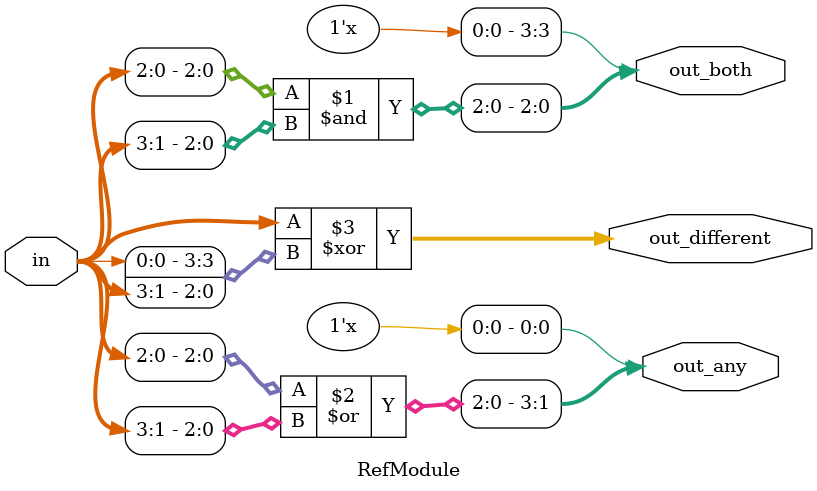
<source format=sv>

module RefModule (
  input  [3:0] in,
  output [3:0] out_both,
  output [3:0] out_any,
  output [3:0] out_different
);

  assign out_both[2:0] = in[2:0] & in[3:1];
  assign out_any[3:1]  = in[2:0] | in[3:1];
  assign out_different = in^{in[0], in[3:1]};

  // we don't care about out_both[3] or out_any[0]
  assign out_both[3] = 1'bx;
  assign out_any[0]  = 1'bx;

endmodule


</source>
